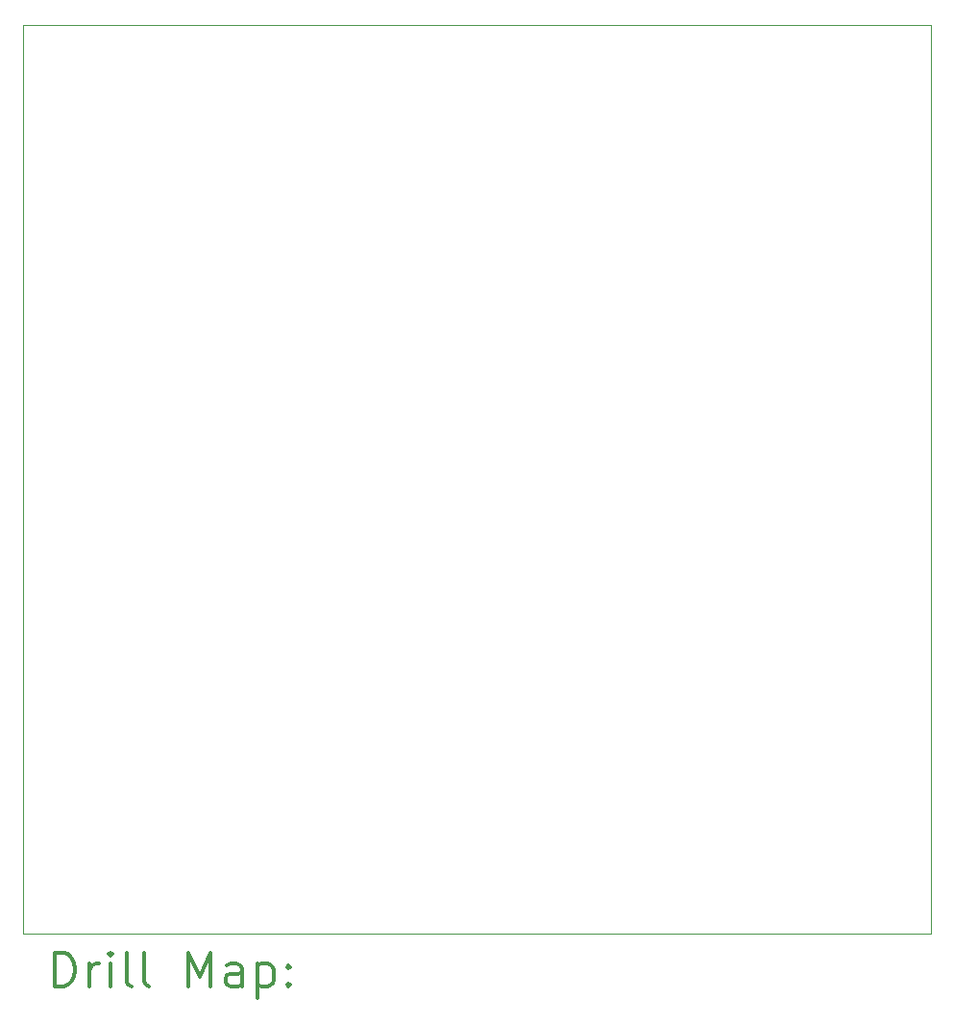
<source format=gbr>
%FSLAX45Y45*%
G04 Gerber Fmt 4.5, Leading zero omitted, Abs format (unit mm)*
G04 Created by KiCad (PCBNEW (5.1.10)-1) date 2021-07-26 22:01:32*
%MOMM*%
%LPD*%
G01*
G04 APERTURE LIST*
%TA.AperFunction,Profile*%
%ADD10C,0.050000*%
%TD*%
%ADD11C,0.200000*%
%ADD12C,0.300000*%
G04 APERTURE END LIST*
D10*
X18605500Y-4762500D02*
X10604500Y-4762500D01*
X18605500Y-12763500D02*
X18605500Y-4762500D01*
X10604500Y-12763500D02*
X18605500Y-12763500D01*
X10604500Y-4762500D02*
X10604500Y-12763500D01*
D11*
D12*
X10888428Y-13231714D02*
X10888428Y-12931714D01*
X10959857Y-12931714D01*
X11002714Y-12946000D01*
X11031286Y-12974571D01*
X11045571Y-13003143D01*
X11059857Y-13060286D01*
X11059857Y-13103143D01*
X11045571Y-13160286D01*
X11031286Y-13188857D01*
X11002714Y-13217429D01*
X10959857Y-13231714D01*
X10888428Y-13231714D01*
X11188428Y-13231714D02*
X11188428Y-13031714D01*
X11188428Y-13088857D02*
X11202714Y-13060286D01*
X11217000Y-13046000D01*
X11245571Y-13031714D01*
X11274143Y-13031714D01*
X11374143Y-13231714D02*
X11374143Y-13031714D01*
X11374143Y-12931714D02*
X11359857Y-12946000D01*
X11374143Y-12960286D01*
X11388428Y-12946000D01*
X11374143Y-12931714D01*
X11374143Y-12960286D01*
X11559857Y-13231714D02*
X11531286Y-13217429D01*
X11517000Y-13188857D01*
X11517000Y-12931714D01*
X11717000Y-13231714D02*
X11688428Y-13217429D01*
X11674143Y-13188857D01*
X11674143Y-12931714D01*
X12059857Y-13231714D02*
X12059857Y-12931714D01*
X12159857Y-13146000D01*
X12259857Y-12931714D01*
X12259857Y-13231714D01*
X12531286Y-13231714D02*
X12531286Y-13074571D01*
X12517000Y-13046000D01*
X12488428Y-13031714D01*
X12431286Y-13031714D01*
X12402714Y-13046000D01*
X12531286Y-13217429D02*
X12502714Y-13231714D01*
X12431286Y-13231714D01*
X12402714Y-13217429D01*
X12388428Y-13188857D01*
X12388428Y-13160286D01*
X12402714Y-13131714D01*
X12431286Y-13117429D01*
X12502714Y-13117429D01*
X12531286Y-13103143D01*
X12674143Y-13031714D02*
X12674143Y-13331714D01*
X12674143Y-13046000D02*
X12702714Y-13031714D01*
X12759857Y-13031714D01*
X12788428Y-13046000D01*
X12802714Y-13060286D01*
X12817000Y-13088857D01*
X12817000Y-13174571D01*
X12802714Y-13203143D01*
X12788428Y-13217429D01*
X12759857Y-13231714D01*
X12702714Y-13231714D01*
X12674143Y-13217429D01*
X12945571Y-13203143D02*
X12959857Y-13217429D01*
X12945571Y-13231714D01*
X12931286Y-13217429D01*
X12945571Y-13203143D01*
X12945571Y-13231714D01*
X12945571Y-13046000D02*
X12959857Y-13060286D01*
X12945571Y-13074571D01*
X12931286Y-13060286D01*
X12945571Y-13046000D01*
X12945571Y-13074571D01*
M02*

</source>
